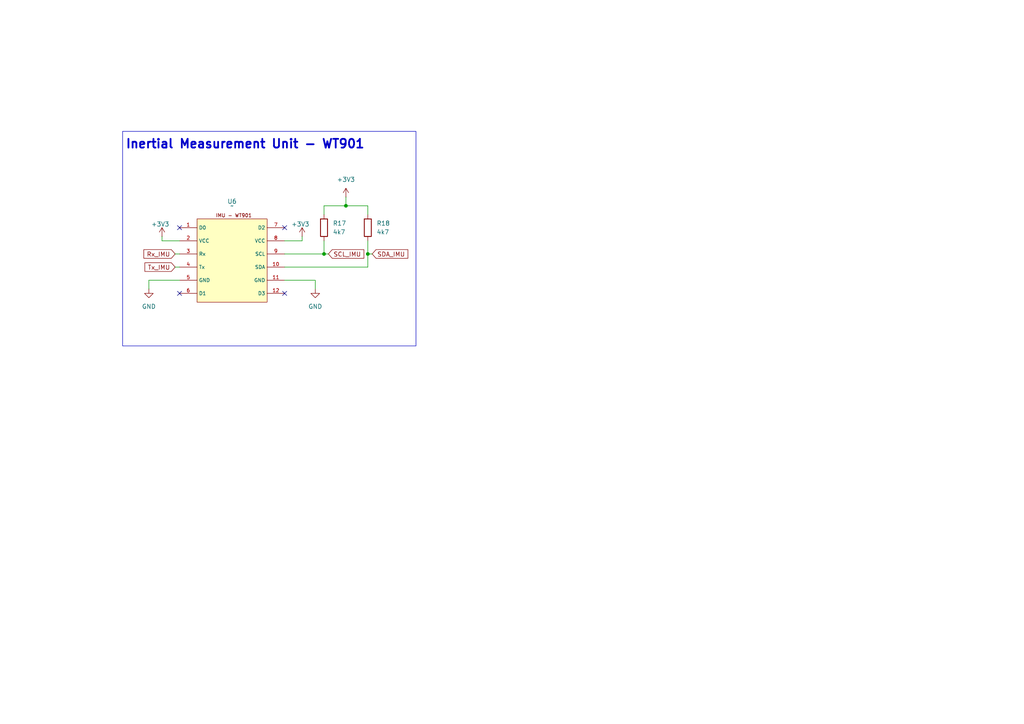
<source format=kicad_sch>
(kicad_sch (version 20231120) (generator "eeschema") (generator_version "8.0")
  (paper "A4")
  (lib_symbols
    (symbol "Device:R" (pin_numbers hide) (pin_names (offset 0))
      (property "Reference" "R" (at 2.032 0 90))
      (property "Value" "R" (at 0 0 90))
      (symbol "R_0_1"
        (rectangle (start -1.016 -2.54) (end 1.016 2.54) (stroke (width 0.254)))
      )
      (symbol "R_1_1"
        (pin passive line (at 0 3.81 270) (length 1.27) (name "~") (number "1"))
        (pin passive line (at 0 -3.81 90) (length 1.27) (name "~") (number "2"))
      )
    )
    (symbol "IMU_WT901:WT901"
      (property "Reference" "U2" (at 0 20.32 0))
      (property "Value" "~" (at 0 19.05 0))
      (symbol "WT901_0_1"
        (rectangle (start -10.16 15.24) (end 10.16 -8.89) (fill (type background)))
      )
      (symbol "WT901_1_0"
        (pin bidirectional line (at -15.24 12.7 0) (length 5.08) (name "D0") (number "1"))
        (pin bidirectional line (at 15.24 1.27 180) (length 5.08) (name "SDA") (number "10"))
        (pin bidirectional line (at 15.24 -2.54 180) (length 5.08) (name "GND") (number "11"))
        (pin bidirectional line (at 15.24 -6.35 180) (length 5.08) (name "D3") (number "12"))
        (pin bidirectional line (at -15.24 8.89 0) (length 5.08) (name "VCC") (number "2"))
        (pin bidirectional line (at -15.24 5.08 0) (length 5.08) (name "Rx") (number "3"))
        (pin bidirectional line (at -15.24 1.27 0) (length 5.08) (name "Tx") (number "4"))
        (pin bidirectional line (at -15.24 -2.54 0) (length 5.08) (name "GND") (number "5"))
        (pin bidirectional line (at -15.24 -6.35 0) (length 5.08) (name "D1") (number "6"))
        (pin bidirectional line (at 15.24 12.7 180) (length 5.08) (name "D2") (number "7"))
        (pin bidirectional line (at 15.24 8.89 180) (length 5.08) (name "VCC") (number "8"))
        (pin bidirectional line (at 15.24 5.08 180) (length 5.08) (name "SCL") (number "9"))
      )
      (symbol "WT901_1_1"
        (text "IMU - WT901" (at 0.508 16.256 0) (effects (font (size 1.016 1.016))))
      )
    )
    (symbol "power:+3V3" (power) (pin_numbers hide) (pin_names (offset 0) hide)
      (property "Value" "+3V3" (at 0 3.556 0))
      (symbol "+3V3_0_1"
        (polyline (pts (xy -0.762 1.27) (xy 0 2.54)))
        (polyline (pts (xy 0 0) (xy 0 2.54)))
        (polyline (pts (xy 0 2.54) (xy 0.762 1.27)))
      )
      (symbol "+3V3_1_1"
        (pin power_in line (at 0 0 90) (length 0) (name "~") (number "1"))
      )
    )
    (symbol "power:GND" (power) (pin_numbers hide) (pin_names (offset 0) hide)
      (property "Value" "GND" (at 0 -3.81 0))
      (symbol "GND_0_1"
        (polyline (pts (xy 0 0) (xy 0 -1.27) (xy 1.27 -1.27) (xy 0 -2.54) (xy -1.27 -1.27) (xy 0 -1.27)))
      )
      (symbol "GND_1_1"
        (pin power_in line (at 0 0 270) (length 0) (name "~") (number "1"))
      )
    )
  )
  (junction (at 100.33 59.69))
  (junction (at 106.68 73.66))
  (junction (at 93.98 73.66))
  (no_connect (at 82.55 85.09))
  (no_connect (at 82.55 66.04))
  (no_connect (at 52.07 66.04))
  (no_connect (at 52.07 85.09))
  (wire (pts (xy 100.33 59.69) (xy 106.68 59.69)))
  (wire (pts (xy 46.99 68.58) (xy 46.99 69.85)))
  (wire (pts (xy 100.33 59.69) (xy 93.98 59.69)))
  (wire (pts (xy 82.55 73.66) (xy 93.98 73.66)))
  (wire (pts (xy 87.63 69.85) (xy 87.63 68.58)))
  (wire (pts (xy 50.8 77.47) (xy 52.07 77.47)))
  (wire (pts (xy 82.55 81.28) (xy 91.44 81.28)))
  (wire (pts (xy 82.55 77.47) (xy 106.68 77.47)))
  (wire (pts (xy 106.68 59.69) (xy 106.68 62.23)))
  (wire (pts (xy 50.8 73.66) (xy 52.07 73.66)))
  (wire (pts (xy 82.55 69.85) (xy 87.63 69.85)))
  (wire (pts (xy 100.33 57.15) (xy 100.33 59.69)))
  (wire (pts (xy 91.44 81.28) (xy 91.44 83.82)))
  (wire (pts (xy 93.98 69.85) (xy 93.98 73.66)))
  (wire (pts (xy 107.95 73.66) (xy 106.68 73.66)))
  (wire (pts (xy 106.68 69.85) (xy 106.68 73.66)))
  (wire (pts (xy 52.07 81.28) (xy 43.18 81.28)))
  (wire (pts (xy 43.18 81.28) (xy 43.18 83.82)))
  (wire (pts (xy 46.99 69.85) (xy 52.07 69.85)))
  (wire (pts (xy 93.98 73.66) (xy 95.25 73.66)))
  (wire (pts (xy 93.98 59.69) (xy 93.98 62.23)))
  (wire (pts (xy 106.68 73.66) (xy 106.68 77.47)))
  (rectangle (start 35.56 38.1) (end 120.65 100.33))
  (text "Inertial Measurement Unit - WT901" (at 71.12 41.91 0) (effects (font (size 2.54 2.54) (bold yes))))
  (global_label "Tx_IMU" (shape input) (at 50.8 77.47 180) (property "Intersheetrefs" "${INTERSHEET_REFS}" (effects (hide yes))))
  (global_label "Rx_IMU" (shape input) (at 50.8 73.66 180) (property "Intersheetrefs" "${INTERSHEET_REFS}" (effects (hide yes))))
  (global_label "SDA_IMU" (shape input) (at 107.95 73.66 0) (property "Intersheetrefs" "${INTERSHEET_REFS}" (effects (hide yes))))
  (global_label "SCL_IMU" (shape input) (at 95.25 73.66 0) (property "Intersheetrefs" "${INTERSHEET_REFS}" (effects (hide yes))))
  (symbol (lib_id "power:+3V3") (at 87.63 68.58 0) (unit 1)
    (property "Reference" "#PWR048" (effects (hide yes)))
    (property "Value" "+3V3" (at 87.122 65.024 0))
    (property "Description" "Power symbol creates a global label with name \"+3V3\"" (effects (hide yes)))
  )
  (symbol (lib_id "power:GND") (at 91.44 83.82 0) (unit 1)
    (property "Reference" "#PWR051" (effects (hide yes)))
    (property "Value" "GND" (at 91.44 88.9 0))
    (property "Description" "Power symbol creates a global label with name \"GND\" , ground" (effects (hide yes)))
  )
  (symbol (lib_id "power:GND") (at 43.18 83.82 0) (unit 1)
    (property "Reference" "#PWR046" (effects (hide yes)))
    (property "Value" "GND" (at 43.18 88.9 0))
    (property "Description" "Power symbol creates a global label with name \"GND\" , ground" (effects (hide yes)))
  )
  (symbol (lib_id "Device:R") (at 106.68 66.04 0) (unit 1)
    (property "Reference" "R18" (at 109.22 64.7699 0) (effects (justify left)))
    (property "Value" "4k7" (at 109.22 67.3099 0) (effects (justify left)))
    (property "Description" "Resistor" (effects (hide yes)))
  )
  (symbol (lib_id "Device:R") (at 93.98 66.04 0) (unit 1)
    (property "Reference" "R17" (at 96.52 64.7699 0) (effects (justify left)))
    (property "Value" "4k7" (at 96.52 67.3099 0) (effects (justify left)))
    (property "Description" "Resistor" (effects (hide yes)))
  )
  (symbol (lib_id "IMU_WT901:WT901") (at 67.31 78.74 0) (unit 1)
    (property "Reference" "U6" (at 67.31 58.42 0))
    (property "Value" "~" (at 67.31 59.69 0))
    (property "Datasheet" "https://drive.google.com/drive/folders/1dWvJU2Ug7MpcwTPWoARw2KJI8oYbuVEW" (effects (hide yes)))
  )
  (symbol (lib_id "power:+3V3") (at 46.99 68.58 0) (unit 1)
    (property "Reference" "#PWR047" (effects (hide yes)))
    (property "Value" "+3V3" (at 46.482 65.024 0))
    (property "Description" "Power symbol creates a global label with name \"+3V3\"" (effects (hide yes)))
  )
  (symbol (lib_id "power:+3V3") (at 100.33 57.15 0) (unit 1)
    (property "Reference" "#PWR052" (effects (hide yes)))
    (property "Value" "+3V3" (at 100.33 52.07 0))
    (property "Description" "Power symbol creates a global label with name \"+3V3\"" (effects (hide yes)))
  )
)
</source>
